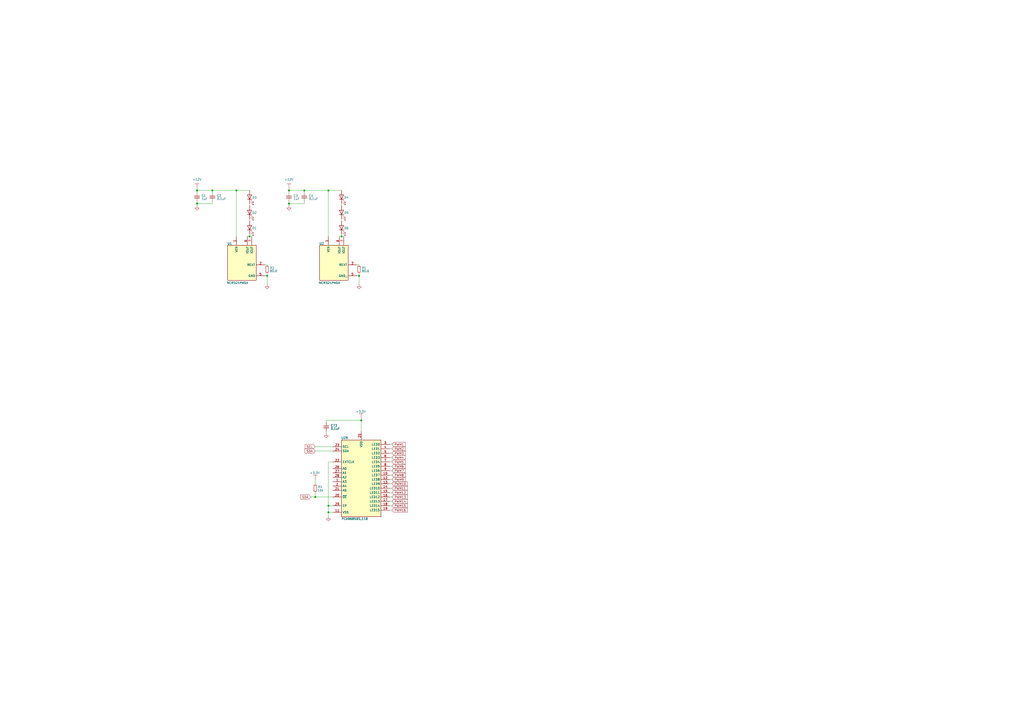
<source format=kicad_sch>
(kicad_sch (version 20250114) (generator "eeschema") (generator_version "9.0")
  (paper "A2")
  (lib_symbols
    (symbol "Device:C_Small" (pin_numbers (hide yes)) (pin_names (offset 0.254) (hide yes))
      (property "Reference" "C" (at 0.254 1.778 0))
      (property "Value" "C_Small" (at 0.254 -2.032 0))
      (symbol "C_Small_0_1"
        (polyline (pts (xy -1.524 0.508) (xy 1.524 0.508)) (stroke (width 0.3048)))
        (polyline (pts (xy -1.524 -0.508) (xy 1.524 -0.508)) (stroke (width 0.3302)))
      )
      (symbol "C_Small_1_1"
        (pin passive line (at 0 2.54 270) (length 2.032) (name "~") (number "1"))
        (pin passive line (at 0 -2.54 90) (length 2.032) (name "~") (number "2"))
      )
    )
    (symbol "Device:R_Small" (pin_numbers (hide yes)) (pin_names (offset 0.254) (hide yes))
      (property "Reference" "R" (at 0 0 90))
      (property "Value" "R_Small" (at 1.778 0 90))
      (symbol "R_Small_0_1"
        (rectangle (start -0.762 1.778) (end 0.762 -1.778) (stroke (width 0.2032)))
      )
      (symbol "R_Small_1_1"
        (pin passive line (at 0 2.54 270) (length 0.762) (name "~") (number "1"))
        (pin passive line (at 0 -2.54 90) (length 0.762) (name "~") (number "2"))
      )
    )
    (symbol "Library:+12V" (power) (pin_numbers (hide yes)) (pin_names (offset 0) (hide yes))
      (property "Value" "+12V" (at 0 3.556 0))
      (symbol "+12V_0_1"
        (polyline (pts (xy -1.27 2.54) (xy 0 2.54)))
        (polyline (pts (xy 0 2.54) (xy 1.27 2.54)))
        (polyline (pts (xy 0 0) (xy 0 2.54)))
      )
      (symbol "+12V_1_1"
        (pin power_in line (at 0 0 90) (length 0) (name "~") (number "1"))
      )
    )
    (symbol "Library:+3.3V" (power) (pin_numbers (hide yes)) (pin_names (offset 0) (hide yes))
      (property "Value" "+3.3V" (at 0 3.556 0))
      (symbol "+3.3V_0_1"
        (polyline (pts (xy -1.27 2.54) (xy 0 2.54)))
        (polyline (pts (xy 0 2.54) (xy 1.27 2.54)))
        (polyline (pts (xy 0 0) (xy 0 2.54)))
      )
      (symbol "+3.3V_1_1"
        (pin power_in line (at 0 0 90) (length 0) (name "~") (number "1"))
      )
    )
    (symbol "Library:LED" (pin_numbers (hide yes)) (pin_names (offset 1.016) (hide yes))
      (property "Reference" "D1" (at -1.5875 6.35 0))
      (property "Value" "LED" (at -1.5875 3.81 0))
      (symbol "LED_0_1"
        (polyline (pts (xy -3.048 -0.762) (xy -4.572 -2.286) (xy -3.81 -2.286) (xy -4.572 -2.286) (xy -4.572 -1.524)))
        (polyline (pts (xy -1.778 -0.762) (xy -3.302 -2.286) (xy -2.54 -2.286) (xy -3.302 -2.286) (xy -3.302 -1.524)))
        (polyline (pts (xy -1.27 0) (xy 1.27 0)))
        (polyline (pts (xy -1.27 -1.27) (xy -1.27 1.27)) (stroke (width 0.254)))
        (polyline (pts (xy 1.27 -1.27) (xy 1.27 1.27) (xy -1.27 0) (xy 1.27 -1.27)) (stroke (width 0.254)))
      )
      (symbol "LED_1_1"
        (pin passive line (at -3.81 0 0) (length 2.54) (name "K") (number "1"))
        (pin passive line (at -3.81 0 0) (length 2.54) (name "K") (number "2"))
        (pin passive line (at 3.81 0 180) (length 2.54) (name "A") (number "3"))
        (pin passive line (at 3.81 0 180) (length 2.54) (name "A") (number "4"))
      )
    )
    (symbol "Library:NCR321PASX"
      (property "Reference" "U" (at -7.62 11.938 0))
      (property "Value" "NCR321PASX" (at -7.62 -10.922 0))
      (symbol "NCR321PASX_1_1"
        (rectangle (start -7.62 10.16) (end 8.89 -10.16) (stroke (width 0.254)) (fill (type background)))
        (pin no_connect line (at -12.7 -2.54 0) (length 5.08) (hide yes) (name "N/C_1") (number "3"))
        (pin no_connect line (at -12.7 -5.08 0) (length 5.08) (hide yes) (name "N/C_2") (number "4"))
        (pin no_connect line (at -12.7 -7.62 0) (length 5.08) (hide yes) (name "N/C_3") (number "8"))
        (pin passive line (at -2.54 15.24 270) (length 5.08) (name "VEN") (number "1"))
        (pin passive line (at 3.81 15.24 270) (length 5.08) (name "IOUT") (number "6"))
        (pin passive line (at 6.35 15.24 270) (length 5.08) (name "IOUT") (number "7"))
        (pin passive line (at 13.97 -1.27 180) (length 5.08) (name "REXT") (number "2"))
        (pin passive line (at 13.97 -7.62 180) (length 5.08) (name "GND_") (number "5"))
      )
    )
    (symbol "Library:PCA9685BS,118"
      (property "Reference" "U" (at 5.334 15.748 0))
      (property "Value" "PCA9685BS,118" (at 5.334 -30.988 0))
      (symbol "PCA9685BS,118_1_1"
        (rectangle (start 5.08 13.97) (end 27.94 -30.48) (stroke (width 0.254)) (fill (type background)))
        (pin passive line (at 0 10.16 0) (length 5.08) (name "SCL") (number "23"))
        (pin passive line (at 0 7.62 0) (length 5.08) (name "SDA") (number "24"))
        (pin passive line (at 0 1.27 0) (length 5.08) (name "EXTCLK") (number "22"))
        (pin passive line (at 0 -2.54 0) (length 5.08) (name "A0") (number "26"))
        (pin passive line (at 0 -5.08 0) (length 5.08) (name "A1") (number "27"))
        (pin passive line (at 0 -7.62 0) (length 5.08) (name "A2") (number "28"))
        (pin passive line (at 0 -10.16 0) (length 5.08) (name "A3") (number "1"))
        (pin passive line (at 0 -12.7 0) (length 5.08) (name "A4") (number "2"))
        (pin passive line (at 0 -15.24 0) (length 5.08) (name "A5") (number "21"))
        (pin passive line (at 0 -19.05 0) (length 5.08) (name "~{OE}") (number "20"))
        (pin passive line (at 0 -24.13 0) (length 5.08) (name "EP") (number "29"))
        (pin passive line (at 0 -27.94 0) (length 5.08) (name "VSS") (number "11"))
        (pin passive line (at 16.51 19.05 270) (length 5.08) (name "VDD") (number "25"))
        (pin passive line (at 33.02 11.43 180) (length 5.08) (name "LED0") (number "3"))
        (pin passive line (at 33.02 8.89 180) (length 5.08) (name "LED1") (number "4"))
        (pin passive line (at 33.02 6.35 180) (length 5.08) (name "LED2") (number "5"))
        (pin passive line (at 33.02 3.81 180) (length 5.08) (name "LED3") (number "6"))
        (pin passive line (at 33.02 1.27 180) (length 5.08) (name "LED4") (number "7"))
        (pin passive line (at 33.02 -1.27 180) (length 5.08) (name "LED5") (number "8"))
        (pin passive line (at 33.02 -3.81 180) (length 5.08) (name "LED6") (number "9"))
        (pin passive line (at 33.02 -6.35 180) (length 5.08) (name "LED7") (number "10"))
        (pin passive line (at 33.02 -8.89 180) (length 5.08) (name "LED8") (number "12"))
        (pin passive line (at 33.02 -11.43 180) (length 5.08) (name "LED9") (number "13"))
        (pin passive line (at 33.02 -13.97 180) (length 5.08) (name "LED10") (number "14"))
        (pin passive line (at 33.02 -16.51 180) (length 5.08) (name "LED11") (number "15"))
        (pin passive line (at 33.02 -19.05 180) (length 5.08) (name "LED12") (number "16"))
        (pin passive line (at 33.02 -21.59 180) (length 5.08) (name "LED13") (number "17"))
        (pin passive line (at 33.02 -24.13 180) (length 5.08) (name "LED14") (number "18"))
        (pin passive line (at 33.02 -26.67 180) (length 5.08) (name "LED15") (number "19"))
      )
    )
    (symbol "NCR321PASX_1"
      (property "Reference" "U1" (at -5.08 11.176 0))
      (property "Value" "NCR321PASX" (at 4.318 -11.684 0))
      (symbol "NCR321PASX_1_1_1"
        (rectangle (start -7.62 10.16) (end 8.89 -10.16) (stroke (width 0.254)) (fill (type background)))
        (pin no_connect line (at -12.7 -2.54 0) (length 5.08) (hide yes) (name "N/C_1") (number "3"))
        (pin no_connect line (at -12.7 -5.08 0) (length 5.08) (hide yes) (name "N/C_2") (number "4"))
        (pin no_connect line (at -12.7 -7.62 0) (length 5.08) (hide yes) (name "N/C_3") (number "8"))
        (pin passive line (at -2.54 15.24 270) (length 5.08) (name "VEN") (number "1"))
        (pin passive line (at 3.81 15.24 270) (length 5.08) (name "IOUT") (number "6"))
        (pin passive line (at 6.35 15.24 270) (length 5.08) (name "IOUT") (number "7"))
        (pin passive line (at 13.97 -1.27 180) (length 5.08) (name "REXT") (number "2"))
        (pin passive line (at 13.97 -7.62 180) (length 5.08) (name "GND") (number "5"))
      )
    )
    (symbol "power:GND" (power) (pin_numbers (hide yes)) (pin_names (offset 0) (hide yes))
      (property "Value" "GND" (at 0 -3.81 0))
      (symbol "GND_0_1"
        (polyline (pts (xy 0 0) (xy 0 -1.27) (xy 1.27 -1.27) (xy 0 -2.54) (xy -1.27 -1.27) (xy 0 -1.27)))
      )
      (symbol "GND_1_1"
        (pin power_in line (at 0 0 270) (length 0) (name "~") (number "1"))
      )
    )
  )
  (junction (at 167.64 118.11))
  (junction (at 209.55 243.84))
  (junction (at 123.19 110.49))
  (junction (at 154.94 160.02))
  (junction (at 190.5 297.18))
  (junction (at 190.5 110.49))
  (junction (at 190.5 293.37))
  (junction (at 182.88 288.29))
  (junction (at 144.78 137.16))
  (junction (at 208.28 160.02))
  (junction (at 176.53 110.49))
  (junction (at 198.12 137.16))
  (junction (at 114.3 118.11))
  (junction (at 167.64 110.49))
  (junction (at 137.16 110.49))
  (junction (at 114.3 110.49))
  (wire (pts (xy 114.3 118.11) (xy 114.3 119.38)))
  (wire (pts (xy 227.33 293.37) (xy 226.06 293.37)))
  (wire (pts (xy 182.88 288.29) (xy 193.04 288.29)))
  (wire (pts (xy 198.12 137.16) (xy 196.85 137.16)))
  (wire (pts (xy 227.33 273.05) (xy 226.06 273.05)))
  (wire (pts (xy 190.5 297.18) (xy 190.5 299.72)))
  (wire (pts (xy 193.04 293.37) (xy 190.5 293.37)))
  (wire (pts (xy 123.19 110.49) (xy 137.16 110.49)))
  (wire (pts (xy 176.53 110.49) (xy 176.53 111.76)))
  (wire (pts (xy 144.78 118.11) (xy 144.78 119.38)))
  (wire (pts (xy 198.12 127) (xy 198.12 128.27)))
  (wire (pts (xy 189.23 250.19) (xy 189.23 251.46)))
  (wire (pts (xy 190.5 293.37) (xy 190.5 297.18)))
  (wire (pts (xy 154.94 160.02) (xy 154.94 165.1)))
  (wire (pts (xy 209.55 243.84) (xy 209.55 250.19)))
  (wire (pts (xy 198.12 110.49) (xy 190.5 110.49)))
  (wire (pts (xy 227.33 270.51) (xy 226.06 270.51)))
  (wire (pts (xy 167.64 118.11) (xy 176.53 118.11)))
  (wire (pts (xy 167.64 109.22) (xy 167.64 110.49)))
  (wire (pts (xy 180.34 288.29) (xy 182.88 288.29)))
  (wire (pts (xy 144.78 110.49) (xy 137.16 110.49)))
  (wire (pts (xy 176.53 118.11) (xy 176.53 116.84)))
  (wire (pts (xy 227.33 295.91) (xy 226.06 295.91)))
  (wire (pts (xy 190.5 297.18) (xy 193.04 297.18)))
  (wire (pts (xy 208.28 160.02) (xy 208.28 165.1)))
  (wire (pts (xy 208.28 160.02) (xy 207.01 160.02)))
  (wire (pts (xy 208.28 158.75) (xy 208.28 160.02)))
  (wire (pts (xy 227.33 265.43) (xy 226.06 265.43)))
  (wire (pts (xy 114.3 118.11) (xy 123.19 118.11)))
  (wire (pts (xy 207.01 153.67) (xy 208.28 153.67)))
  (wire (pts (xy 114.3 110.49) (xy 123.19 110.49)))
  (wire (pts (xy 123.19 110.49) (xy 123.19 111.76)))
  (wire (pts (xy 227.33 260.35) (xy 226.06 260.35)))
  (wire (pts (xy 154.94 160.02) (xy 153.67 160.02)))
  (wire (pts (xy 114.3 109.22) (xy 114.3 110.49)))
  (wire (pts (xy 189.23 245.11) (xy 189.23 243.84)))
  (wire (pts (xy 227.33 285.75) (xy 226.06 285.75)))
  (wire (pts (xy 144.78 137.16) (xy 143.51 137.16)))
  (wire (pts (xy 227.33 290.83) (xy 226.06 290.83)))
  (wire (pts (xy 114.3 111.76) (xy 114.3 110.49)))
  (wire (pts (xy 227.33 267.97) (xy 226.06 267.97)))
  (wire (pts (xy 193.04 267.97) (xy 190.5 267.97)))
  (wire (pts (xy 167.64 116.84) (xy 167.64 118.11)))
  (wire (pts (xy 114.3 116.84) (xy 114.3 118.11)))
  (wire (pts (xy 182.88 259.08) (xy 193.04 259.08)))
  (wire (pts (xy 137.16 110.49) (xy 137.16 137.16)))
  (wire (pts (xy 198.12 137.16) (xy 199.39 137.16)))
  (wire (pts (xy 189.23 243.84) (xy 209.55 243.84)))
  (wire (pts (xy 176.53 110.49) (xy 190.5 110.49)))
  (wire (pts (xy 227.33 278.13) (xy 226.06 278.13)))
  (wire (pts (xy 123.19 118.11) (xy 123.19 116.84)))
  (wire (pts (xy 144.78 127) (xy 144.78 128.27)))
  (wire (pts (xy 167.64 118.11) (xy 167.64 119.38)))
  (wire (pts (xy 227.33 275.59) (xy 226.06 275.59)))
  (wire (pts (xy 198.12 118.11) (xy 198.12 119.38)))
  (wire (pts (xy 209.55 242.57) (xy 209.55 243.84)))
  (wire (pts (xy 144.78 135.89) (xy 144.78 137.16)))
  (wire (pts (xy 167.64 110.49) (xy 176.53 110.49)))
  (wire (pts (xy 198.12 135.89) (xy 198.12 137.16)))
  (wire (pts (xy 144.78 137.16) (xy 146.05 137.16)))
  (wire (pts (xy 227.33 257.81) (xy 226.06 257.81)))
  (wire (pts (xy 154.94 158.75) (xy 154.94 160.02)))
  (wire (pts (xy 227.33 262.89) (xy 226.06 262.89)))
  (wire (pts (xy 227.33 288.29) (xy 226.06 288.29)))
  (wire (pts (xy 227.33 280.67) (xy 226.06 280.67)))
  (wire (pts (xy 190.5 110.49) (xy 190.5 137.16)))
  (wire (pts (xy 182.88 285.75) (xy 182.88 288.29)))
  (wire (pts (xy 153.67 153.67) (xy 154.94 153.67)))
  (wire (pts (xy 190.5 267.97) (xy 190.5 293.37)))
  (wire (pts (xy 182.88 278.13) (xy 182.88 280.67)))
  (wire (pts (xy 227.33 283.21) (xy 226.06 283.21)))
  (wire (pts (xy 167.64 111.76) (xy 167.64 110.49)))
  (wire (pts (xy 182.88 261.62) (xy 193.04 261.62)))
  (global_label "PWM14" (shape input) (at 227.33 290.83 0) (property "Intersheetrefs" "${INTERSHEET_REFS}" (effects (hide yes))))
  (global_label "PWM6" (shape input) (at 227.33 270.51 0) (property "Intersheetrefs" "${INTERSHEET_REFS}" (effects (hide yes))))
  (global_label "PWM15" (shape input) (at 227.33 293.37 0) (property "Intersheetrefs" "${INTERSHEET_REFS}" (effects (hide yes))))
  (global_label "PWM13" (shape input) (at 227.33 288.29 0) (property "Intersheetrefs" "${INTERSHEET_REFS}" (effects (hide yes))))
  (global_label "PWM12" (shape input) (at 227.33 285.75 0) (property "Intersheetrefs" "${INTERSHEET_REFS}" (effects (hide yes))))
  (global_label "PWM1" (shape input) (at 227.33 257.81 0) (property "Intersheetrefs" "${INTERSHEET_REFS}" (effects (hide yes))))
  (global_label "PWM16" (shape input) (at 227.33 295.91 0) (property "Intersheetrefs" "${INTERSHEET_REFS}" (effects (hide yes))))
  (global_label "PWM8" (shape input) (at 227.33 275.59 0) (property "Intersheetrefs" "${INTERSHEET_REFS}" (effects (hide yes))))
  (global_label "SDA" (shape input) (at 182.88 261.62 180) (property "Intersheetrefs" "${INTERSHEET_REFS}" (effects (hide yes))))
  (global_label "PWM7" (shape input) (at 227.33 273.05 0) (property "Intersheetrefs" "${INTERSHEET_REFS}" (effects (hide yes))))
  (global_label "PWM11" (shape input) (at 227.33 283.21 0) (property "Intersheetrefs" "${INTERSHEET_REFS}" (effects (hide yes))))
  (global_label "PWM9" (shape input) (at 227.33 278.13 0) (property "Intersheetrefs" "${INTERSHEET_REFS}" (effects (hide yes))))
  (global_label "PWM5" (shape input) (at 227.33 267.97 0) (property "Intersheetrefs" "${INTERSHEET_REFS}" (effects (hide yes))))
  (global_label "PWM3" (shape input) (at 227.33 262.89 0) (property "Intersheetrefs" "${INTERSHEET_REFS}" (effects (hide yes))))
  (global_label "PWM4" (shape input) (at 227.33 265.43 0) (property "Intersheetrefs" "${INTERSHEET_REFS}" (effects (hide yes))))
  (global_label "SCL" (shape input) (at 182.88 259.08 180) (property "Intersheetrefs" "${INTERSHEET_REFS}" (effects (hide yes))))
  (global_label "PWM10" (shape input) (at 227.33 280.67 0) (property "Intersheetrefs" "${INTERSHEET_REFS}" (effects (hide yes))))
  (global_label "PWM2" (shape input) (at 227.33 260.35 0) (property "Intersheetrefs" "${INTERSHEET_REFS}" (effects (hide yes))))
  (global_label "SDA" (shape input) (at 180.34 288.29 180) (property "Intersheetrefs" "${INTERSHEET_REFS}" (effects (hide yes))))
  (symbol (lib_id "Library:LED") (at 198.12 123.19 90) (unit 1)
    (property "Reference" "D5" (at 200.914 123.444 90))
    (property "Value" "LED" (effects (hide yes)))
    (property "Footprint" "Library:GWJTLRS1EMLVL5XX531" (effects (hide yes)))
    (property "Description" "Light emitting diode" (effects (hide yes)))
    (property "Sim.Pins" "1=K 2=A" (effects (hide yes)))
  )
  (symbol (lib_id "Library:PCA9685BS,118") (at 193.04 269.24 0) (unit 1)
    (property "Reference" "U29" (at 199.898 254 0))
    (property "Value" "PCA9685BS,118" (at 205.74 300.99 0))
    (property "Footprint" "Library:QFN65P600X600X100-29N-D" (effects (hide yes)))
    (property "Datasheet" "http://www.nxp.com/docs/en/data-sheet/PCA9685.pdf" (effects (hide yes)))
    (property "Description" "NXP - PCA9685BS,118 - LED Driver, 16 Bit, I2C Bus, 12-bit PWM 24 Hz to 1526 Hz, RGBA color, 2.3 V to 5.5 V in, HVQFN-28" (effects (hide yes)))
    (property "Height" "1" (effects (hide yes)))
    (property "Manufacturer_Name" "NXP" (effects (hide yes)))
    (property "Manufacturer_Part_Number" "PCA9685BS,118" (effects (hide yes)))
    (property "Mouser Part Number" "771-PCA9685BS118" (effects (hide yes)))
    (property "Mouser Price/Stock" "https://www.mouser.co.uk/ProductDetail/NXP-Semiconductors/PCA9685BS118?qs=beN0Cyoe8Yle51zseU5uxw%3D%3D" (effects (hide yes)))
    (property "Arrow Part Number" "PCA9685BS,118" (effects (hide yes)))
    (property "Arrow Price/Stock" "https://www.arrow.com/en/products/pca9685bs118/nxp-semiconductors?utm_currency=USD&region=nac" (effects (hide yes)))
  )
  (symbol (lib_id "power:GND") (at 190.5 299.72 0) (unit 1)
    (property "Reference" "#PWR098" (effects (hide yes)))
    (property "Value" "GND" (effects (hide yes)))
    (property "Description" "Power symbol creates a global label with name \"GND\" , ground" (effects (hide yes)))
  )
  (symbol (lib_id "Device:R_Small") (at 154.94 156.21 0) (unit 1)
    (property "Reference" "R2" (at 156.464 155.448 0) (effects (justify left)))
    (property "Value" "80.6" (at 156.464 157.226 0) (effects (justify left)))
    (property "Footprint" "Resistor_SMD:R_1210_3225Metric" (effects (hide yes)))
    (property "Description" "Resistor, small symbol" (effects (hide yes)))
  )
  (symbol (lib_id "Library:NCR321PASX") (at 193.04 152.4 0) (unit 1)
    (property "Reference" "U2" (at 187.96 141.224 0) (effects (justify right)))
    (property "Value" "NCR321PASX" (at 197.358 164.084 0) (effects (justify right)))
    (property "Footprint" "Library:NCR321PASX" (effects (hide yes)))
    (property "Datasheet" "https://assets.nexperia.com/documents/data-sheet/NCR320PAS_NCR321PAS.pdf" (effects (hide yes)))
    (property "Description" "LED Driver IC 1 Output Linear Constant Current PWM Dimming 250mA DFN2020D-6" (effects (hide yes)))
    (property "Height" "0.65" (effects (hide yes)))
    (property "Manufacturer_Name" "Nexperia" (effects (hide yes)))
    (property "Manufacturer_Part_Number" "NCR321PASX" (effects (hide yes)))
    (property "Mouser Part Number" "771-NCR321PASX" (effects (hide yes)))
    (property "Mouser Price/Stock" "https://www.mouser.co.uk/ProductDetail/Nexperia/NCR321PASX?qs=sPbYRqrBIVmSiISuNXwawA%3D%3D" (effects (hide yes)))
    (property "Arrow Part Number" "NCR321PASX" (effects (hide yes)))
    (property "Arrow Price/Stock" "https://www.arrow.com/en/products/ncr321pasx/nexperia?utm_currency=USD&region=europe" (effects (hide yes)))
  )
  (symbol (lib_id "Device:R_Small") (at 208.28 156.21 0) (unit 1)
    (property "Reference" "R1" (at 209.804 155.448 0) (effects (justify left)))
    (property "Value" "80.6" (at 209.804 157.226 0) (effects (justify left)))
    (property "Footprint" "Resistor_SMD:R_1210_3225Metric" (effects (hide yes)))
    (property "Description" "Resistor, small symbol" (effects (hide yes)))
  )
  (symbol (lib_id "Library:+12V") (at 114.3 109.22 0) (unit 1)
    (property "Reference" "#PWR0108" (effects (hide yes)))
    (property "Value" "+12V" (at 114.3 104.14 0))
    (property "Description" "Power symbol creates a global label with name \"+3.3V\"" (effects (hide yes)))
  )
  (symbol (lib_id "Device:C_Small") (at 167.64 114.3 0) (unit 1)
    (property "Reference" "C3" (at 170.18 113.538 0) (effects (justify left)))
    (property "Value" "1uF" (at 170.18 115.316 0) (effects (justify left)))
    (property "Footprint" "Capacitor_SMD:C_0805_2012Metric" (effects (hide yes)))
    (property "Description" "Unpolarized capacitor, small symbol" (effects (hide yes)))
  )
  (symbol (lib_id "Library:LED") (at 198.12 114.3 90) (unit 1)
    (property "Reference" "D4" (at 200.914 114.554 90))
    (property "Value" "LED" (effects (hide yes)))
    (property "Footprint" "Library:GWJTLRS1EMLVL5XX531" (effects (hide yes)))
    (property "Description" "Light emitting diode" (effects (hide yes)))
    (property "Sim.Pins" "1=K 2=A" (effects (hide yes)))
  )
  (symbol (lib_id "Library:LED") (at 144.78 132.08 90) (unit 1)
    (property "Reference" "D1" (at 147.574 132.334 90))
    (property "Value" "LED" (effects (hide yes)))
    (property "Footprint" "Library:GWJTLRS1EMLVL5XX531" (effects (hide yes)))
    (property "Description" "Light emitting diode" (effects (hide yes)))
    (property "Sim.Pins" "1=K 2=A" (effects (hide yes)))
  )
  (symbol (lib_id "power:GND") (at 167.64 119.38 0) (unit 1)
    (property "Reference" "#PWR02" (effects (hide yes)))
    (property "Value" "GND" (effects (hide yes)))
    (property "Description" "Power symbol creates a global label with name \"GND\" , ground" (effects (hide yes)))
  )
  (symbol (lib_id "power:GND") (at 114.3 119.38 0) (unit 1)
    (property "Reference" "#PWR0107" (effects (hide yes)))
    (property "Value" "GND" (effects (hide yes)))
    (property "Description" "Power symbol creates a global label with name \"GND\" , ground" (effects (hide yes)))
  )
  (symbol (lib_id "power:GND") (at 154.94 165.1 0) (unit 1)
    (property "Reference" "#PWR0101" (effects (hide yes)))
    (property "Value" "GND" (effects (hide yes)))
    (property "Description" "Power symbol creates a global label with name \"GND\" , ground" (effects (hide yes)))
  )
  (symbol (lib_id "Device:C_Small") (at 114.3 114.3 0) (unit 1)
    (property "Reference" "C1" (at 116.84 113.538 0) (effects (justify left)))
    (property "Value" "1uF" (at 116.84 115.316 0) (effects (justify left)))
    (property "Footprint" "Capacitor_SMD:C_0805_2012Metric" (effects (hide yes)))
    (property "Description" "Unpolarized capacitor, small symbol" (effects (hide yes)))
  )
  (symbol (lib_id "Device:C_Small") (at 176.53 114.3 0) (unit 1)
    (property "Reference" "C4" (at 179.07 113.538 0) (effects (justify left)))
    (property "Value" "0.1uF" (at 179.07 115.316 0) (effects (justify left)))
    (property "Footprint" "Capacitor_SMD:C_0603_1608Metric" (effects (hide yes)))
    (property "Description" "Unpolarized capacitor, small symbol" (effects (hide yes)))
  )
  (symbol (lib_id "Device:R_Small") (at 182.88 283.21 180) (unit 1)
    (property "Reference" "R4" (at 185.674 282.448 0))
    (property "Value" "10k" (at 185.928 284.48 0))
    (property "Footprint" "Resistor_SMD:R_0402_1005Metric" (effects (hide yes)))
    (property "Description" "Resistor, small symbol" (effects (hide yes)))
  )
  (symbol (lib_id "Device:C_Small") (at 189.23 247.65 0) (unit 1)
    (property "Reference" "C73" (at 191.77 246.888 0) (effects (justify left)))
    (property "Value" "0.1uF" (at 191.77 248.666 0) (effects (justify left)))
    (property "Footprint" "Capacitor_SMD:C_0603_1608Metric" (effects (hide yes)))
    (property "Description" "Unpolarized capacitor, small symbol" (effects (hide yes)))
  )
  (symbol (lib_id "Device:C_Small") (at 123.19 114.3 0) (unit 1)
    (property "Reference" "C2" (at 125.73 113.538 0) (effects (justify left)))
    (property "Value" "0.1uF" (at 125.73 115.316 0) (effects (justify left)))
    (property "Footprint" "Capacitor_SMD:C_0603_1608Metric" (effects (hide yes)))
    (property "Description" "Unpolarized capacitor, small symbol" (effects (hide yes)))
  )
  (symbol (lib_id "Library:LED") (at 198.12 132.08 90) (unit 1)
    (property "Reference" "D6" (at 200.914 132.334 90))
    (property "Value" "LED" (effects (hide yes)))
    (property "Footprint" "Library:GWJTLRS1EMLVL5XX531" (effects (hide yes)))
    (property "Description" "Light emitting diode" (effects (hide yes)))
    (property "Sim.Pins" "1=K 2=A" (effects (hide yes)))
  )
  (symbol (lib_id "Library:LED") (at 144.78 114.3 90) (unit 1)
    (property "Reference" "D3" (at 147.574 114.554 90))
    (property "Value" "LED" (effects (hide yes)))
    (property "Footprint" "Library:GWJTLRS1EMLVL5XX531" (effects (hide yes)))
    (property "Description" "Light emitting diode" (effects (hide yes)))
    (property "Sim.Pins" "1=K 2=A" (effects (hide yes)))
  )
  (symbol (lib_id "Library:+12V") (at 167.64 109.22 0) (unit 1)
    (property "Reference" "#PWR01" (effects (hide yes)))
    (property "Value" "+12V" (at 167.64 104.14 0))
    (property "Description" "Power symbol creates a global label with name \"+3.3V\"" (effects (hide yes)))
  )
  (symbol (lib_id "Library:+3.3V") (at 182.88 278.13 0) (unit 1)
    (property "Reference" "#PWR094" (effects (hide yes)))
    (property "Value" "+3.3V" (at 182.626 274.32 0))
    (property "Description" "Power symbol creates a global label with name \"+3.3V\"" (effects (hide yes)))
  )
  (symbol (lib_id "power:GND") (at 189.23 251.46 0) (unit 1)
    (property "Reference" "#PWR091" (effects (hide yes)))
    (property "Value" "GND" (effects (hide yes)))
    (property "Description" "Power symbol creates a global label with name \"GND\" , ground" (effects (hide yes)))
  )
  (symbol (lib_id "power:GND") (at 208.28 165.1 0) (unit 1)
    (property "Reference" "#PWR03" (effects (hide yes)))
    (property "Value" "GND" (effects (hide yes)))
    (property "Description" "Power symbol creates a global label with name \"GND\" , ground" (effects (hide yes)))
  )
  (symbol (lib_id "Library:LED") (at 144.78 123.19 90) (unit 1)
    (property "Reference" "D2" (at 147.574 123.444 90))
    (property "Value" "LED" (effects (hide yes)))
    (property "Footprint" "Library:GWJTLRS1EMLVL5XX531" (effects (hide yes)))
    (property "Description" "Light emitting diode" (effects (hide yes)))
    (property "Sim.Pins" "1=K 2=A" (effects (hide yes)))
  )
  (symbol (lib_name "NCR321PASX_1") (lib_id "Library:NCR321PASX") (at 139.7 152.4 0) (unit 1)
    (property "Reference" "U1" (at 134.62 141.224 0) (effects (justify right)))
    (property "Value" "NCR321PASX" (at 144.018 164.084 0) (effects (justify right)))
    (property "Footprint" "Library:NCR321PASX" (effects (hide yes)))
    (property "Datasheet" "https://assets.nexperia.com/documents/data-sheet/NCR320PAS_NCR321PAS.pdf" (effects (hide yes)))
    (property "Description" "LED Driver IC 1 Output Linear Constant Current PWM Dimming 250mA DFN2020D-6" (effects (hide yes)))
    (property "Height" "0.65" (effects (hide yes)))
    (property "Manufacturer_Name" "Nexperia" (effects (hide yes)))
    (property "Manufacturer_Part_Number" "NCR321PASX" (effects (hide yes)))
    (property "Mouser Part Number" "771-NCR321PASX" (effects (hide yes)))
    (property "Mouser Price/Stock" "https://www.mouser.co.uk/ProductDetail/Nexperia/NCR321PASX?qs=sPbYRqrBIVmSiISuNXwawA%3D%3D" (effects (hide yes)))
    (property "Arrow Part Number" "NCR321PASX" (effects (hide yes)))
    (property "Arrow Price/Stock" "https://www.arrow.com/en/products/ncr321pasx/nexperia?utm_currency=USD&region=europe" (effects (hide yes)))
  )
  (symbol (lib_id "Library:+3.3V") (at 209.55 242.57 0) (unit 1)
    (property "Reference" "#PWR093" (effects (hide yes)))
    (property "Value" "+3.3V" (at 209.296 238.76 0))
    (property "Description" "Power symbol creates a global label with name \"+3.3V\"" (effects (hide yes)))
  )
)
</source>
